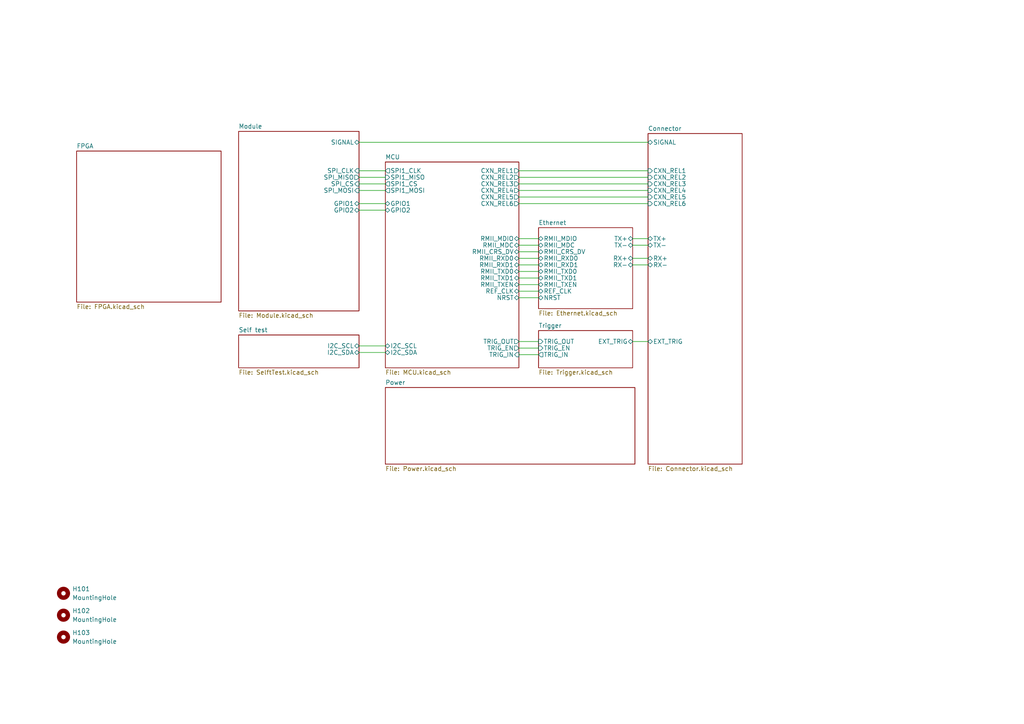
<source format=kicad_sch>
(kicad_sch (version 20230121) (generator eeschema)
  (paper "A4")
  (lib_symbols
    (symbol "Mechanical:MountingHole" (pin_names (offset 1.016))
      (property "Reference" "H" (at 0 5.08 0))
      (property "Value" "MountingHole" (at 0 3.175 0))
      (symbol "MountingHole_0_1"
        (circle (center 0 0) (radius 1.27) (stroke (width 1.27)))
      )
    )
  )
  (wire (pts (xy 150.495 57.15) (xy 187.96 57.15)))
  (wire (pts (xy 150.495 59.055) (xy 187.96 59.055)))
  (wire (pts (xy 183.515 71.12) (xy 187.96 71.12)))
  (wire (pts (xy 150.495 76.835) (xy 156.21 76.835)))
  (wire (pts (xy 183.515 99.06) (xy 187.96 99.06)))
  (wire (pts (xy 150.495 73.025) (xy 156.21 73.025)))
  (wire (pts (xy 104.14 100.33) (xy 111.76 100.33)))
  (wire (pts (xy 150.495 80.645) (xy 156.21 80.645)))
  (wire (pts (xy 104.14 51.435) (xy 111.76 51.435)))
  (wire (pts (xy 150.495 69.215) (xy 156.21 69.215)))
  (wire (pts (xy 183.515 76.835) (xy 187.96 76.835)))
  (wire (pts (xy 183.515 74.93) (xy 187.96 74.93)))
  (wire (pts (xy 104.14 60.96) (xy 111.76 60.96)))
  (wire (pts (xy 150.495 102.87) (xy 156.21 102.87)))
  (wire (pts (xy 150.495 71.12) (xy 156.21 71.12)))
  (wire (pts (xy 150.495 86.36) (xy 156.21 86.36)))
  (wire (pts (xy 183.515 69.215) (xy 187.96 69.215)))
  (wire (pts (xy 150.495 51.435) (xy 187.96 51.435)))
  (wire (pts (xy 104.14 59.055) (xy 111.76 59.055)))
  (wire (pts (xy 104.14 49.53) (xy 111.76 49.53)))
  (wire (pts (xy 104.14 41.275) (xy 187.96 41.275)))
  (wire (pts (xy 150.495 78.74) (xy 156.21 78.74)))
  (wire (pts (xy 150.495 100.965) (xy 156.21 100.965)))
  (wire (pts (xy 104.14 53.34) (xy 111.76 53.34)))
  (wire (pts (xy 150.495 55.245) (xy 187.96 55.245)))
  (wire (pts (xy 150.495 49.53) (xy 187.96 49.53)))
  (wire (pts (xy 150.495 53.34) (xy 187.96 53.34)))
  (wire (pts (xy 150.495 84.455) (xy 156.21 84.455)))
  (wire (pts (xy 150.495 99.06) (xy 156.21 99.06)))
  (wire (pts (xy 104.14 102.235) (xy 111.76 102.235)))
  (wire (pts (xy 104.14 55.245) (xy 111.76 55.245)))
  (wire (pts (xy 150.495 74.93) (xy 156.21 74.93)))
  (wire (pts (xy 150.495 82.55) (xy 156.21 82.55)))
  (symbol (lib_id "Mechanical:MountingHole") (at 18.415 184.785 0) (unit 1)
    (property "Reference" "H103" (at 20.955 183.515 0) (effects (justify left)))
    (property "Value" "MountingHole" (at 20.955 186.055 0) (effects (justify left)))
    (property "Footprint" "MountingHole:MountingHole_3.2mm_M3_DIN965_Pad" (effects hide))
  )
  (symbol (lib_id "Mechanical:MountingHole") (at 18.415 178.435 0) (unit 1)
    (property "Reference" "H102" (at 20.955 177.165 0) (effects (justify left)))
    (property "Value" "MountingHole" (at 20.955 179.705 0) (effects (justify left)))
    (property "Footprint" "MountingHole:MountingHole_3.2mm_M3_DIN965_Pad" (effects hide))
  )
  (symbol (lib_id "Mechanical:MountingHole") (at 18.415 172.085 0) (unit 1)
    (property "Reference" "H101" (at 20.955 170.815 0) (effects (justify left)))
    (property "Value" "MountingHole" (at 20.955 173.355 0) (effects (justify left)))
    (property "Footprint" "MountingHole:MountingHole_3.2mm_M3_DIN965_Pad" (effects hide))
  )
  (sheet (at 156.21 95.885) (size 27.305 10.795) (stroke (width 0.1524))
    (property "Sheetname" "Trigger" (at 156.21 95.1734 0) (effects (justify left bottom)))
    (property "Sheetfile" "Trigger.kicad_sch" (at 156.21 107.2646 0) (effects (justify left top)))
    (pin "TRIG_OUT" input (at 156.21 99.06 180))
    (pin "TRIG_EN" input (at 156.21 100.965 180))
    (pin "TRIG_IN" output (at 156.21 102.87 180))
    (pin "EXT_TRIG" bidirectional (at 183.515 99.06 0))
  )
  (sheet (at 111.76 46.99) (size 38.735 59.69) (stroke (width 0.1524))
    (property "Sheetname" "MCU" (at 111.76 46.2784 0) (effects (justify left bottom)))
    (property "Sheetfile" "MCU.kicad_sch" (at 111.76 107.2646 0) (effects (justify left top)))
    (pin "RMII_MDIO" bidirectional (at 150.495 69.215 0))
    (pin "REF_CLK" bidirectional (at 150.495 84.455 0))
    (pin "RMII_RXD0" bidirectional (at 150.495 74.93 0))
    (pin "RMII_MDC" bidirectional (at 150.495 71.12 0))
    (pin "RMII_RXD1" bidirectional (at 150.495 76.835 0))
    (pin "RMII_CRS_DV" bidirectional (at 150.495 73.025 0))
    (pin "CXN_REL2" output (at 150.495 51.435 0))
    (pin "CXN_REL1" output (at 150.495 49.53 0))
    (pin "CXN_REL5" output (at 150.495 57.15 0))
    (pin "CXN_REL4" output (at 150.495 55.245 0))
    (pin "CXN_REL6" output (at 150.495 59.055 0))
    (pin "CXN_REL3" output (at 150.495 53.34 0))
    (pin "RMII_TXD0" bidirectional (at 150.495 78.74 0))
    (pin "RMII_TXD1" bidirectional (at 150.495 80.645 0))
    (pin "RMII_TXEN" bidirectional (at 150.495 82.55 0))
    (pin "NRST" bidirectional (at 150.495 86.36 0))
    (pin "TRIG_OUT" output (at 150.495 99.06 0))
    (pin "TRIG_IN" input (at 150.495 102.87 0))
    (pin "TRIG_EN" output (at 150.495 100.965 0))
    (pin "SPI1_CS" output (at 111.76 53.34 180))
    (pin "SPI1_MISO" input (at 111.76 51.435 180))
    (pin "SPI1_MOSI" output (at 111.76 55.245 180))
    (pin "SPI1_CLK" output (at 111.76 49.53 180))
    (pin "GPIO2" bidirectional (at 111.76 60.96 180))
    (pin "GPIO1" bidirectional (at 111.76 59.055 180))
    (pin "I2C_SDA" bidirectional (at 111.76 102.235 180))
    (pin "I2C_SCL" bidirectional (at 111.76 100.33 180))
  )
  (sheet (at 69.215 38.1) (size 34.925 52.07) (stroke (width 0.1524))
    (property "Sheetname" "Module" (at 69.215 37.3884 0) (effects (justify left bottom)))
    (property "Sheetfile" "Module.kicad_sch" (at 69.215 90.7546 0) (effects (justify left top)))
    (pin "SIGNAL" bidirectional (at 104.14 41.275 0))
    (pin "SPI_CLK" input (at 104.14 49.53 0))
    (pin "SPI_MISO" output (at 104.14 51.435 0))
    (pin "SPI_CS" input (at 104.14 53.34 0))
    (pin "SPI_MOSI" input (at 104.14 55.245 0))
    (pin "GPIO2" bidirectional (at 104.14 60.96 0))
    (pin "GPIO1" bidirectional (at 104.14 59.055 0))
  )
  (sheet (at 187.96 38.735) (size 27.305 95.885) (stroke (width 0.1524))
    (property "Sheetname" "Connector" (at 187.96 38.0234 0) (effects (justify left bottom)))
    (property "Sheetfile" "Connector.kicad_sch" (at 187.96 135.2046 0) (effects (justify left top)))
    (pin "EXT_TRIG" bidirectional (at 187.96 99.06 180))
    (pin "RX-" bidirectional (at 187.96 76.835 180))
    (pin "RX+" bidirectional (at 187.96 74.93 180))
    (pin "TX+" bidirectional (at 187.96 69.215 180))
    (pin "TX-" bidirectional (at 187.96 71.12 180))
    (pin "CXN_REL4" input (at 187.96 55.245 180))
    (pin "CXN_REL6" input (at 187.96 59.055 180))
    (pin "CXN_REL2" input (at 187.96 51.435 180))
    (pin "CXN_REL3" input (at 187.96 53.34 180))
    (pin "CXN_REL5" input (at 187.96 57.15 180))
    (pin "CXN_REL1" input (at 187.96 49.53 180))
    (pin "SIGNAL" bidirectional (at 187.96 41.275 180))
  )
  (sheet (at 22.225 43.815) (size 41.91 43.815) (stroke (width 0.1524))
    (property "Sheetname" "FPGA" (at 22.225 43.1034 0) (effects (justify left bottom)))
    (property "Sheetfile" "FPGA.kicad_sch" (at 22.225 88.2146 0) (effects (justify left top)))
  )
  (sheet (at 111.76 112.395) (size 72.39 22.225) (stroke (width 0.1524))
    (property "Sheetname" "Power" (at 111.76 111.6834 0) (effects (justify left bottom)))
    (property "Sheetfile" "Power.kicad_sch" (at 111.76 135.2046 0) (effects (justify left top)))
  )
  (sheet (at 69.215 97.155) (size 34.925 9.525) (stroke (width 0.1524))
    (property "Sheetname" "Self test" (at 69.215 96.4434 0) (effects (justify left bottom)))
    (property "Sheetfile" "SelftTest.kicad_sch" (at 69.215 107.2646 0) (effects (justify left top)))
    (pin "I2C_SCL" bidirectional (at 104.14 100.33 0))
    (pin "I2C_SDA" bidirectional (at 104.14 102.235 0))
  )
  (sheet (at 156.21 66.04) (size 27.305 23.495) (stroke (width 0.1524))
    (property "Sheetname" "Ethernet" (at 156.21 65.3284 0) (effects (justify left bottom)))
    (property "Sheetfile" "Ethernet.kicad_sch" (at 156.21 90.1196 0) (effects (justify left top)))
    (pin "RMII_MDIO" bidirectional (at 156.21 69.215 180))
    (pin "NRST" bidirectional (at 156.21 86.36 180))
    (pin "RMII_MDC" bidirectional (at 156.21 71.12 180))
    (pin "RMII_CRS_DV" bidirectional (at 156.21 73.025 180))
    (pin "RMII_RXD1" bidirectional (at 156.21 76.835 180))
    (pin "RMII_RXD0" bidirectional (at 156.21 74.93 180))
    (pin "RMII_TXD1" bidirectional (at 156.21 80.645 180))
    (pin "RMII_TXD0" bidirectional (at 156.21 78.74 180))
    (pin "RMII_TXEN" bidirectional (at 156.21 82.55 180))
    (pin "REF_CLK" bidirectional (at 156.21 84.455 180))
    (pin "TX+" bidirectional (at 183.515 69.215 0))
    (pin "TX-" bidirectional (at 183.515 71.12 0))
    (pin "RX+" bidirectional (at 183.515 74.93 0))
    (pin "RX-" bidirectional (at 183.515 76.835 0))
  )
)
</source>
